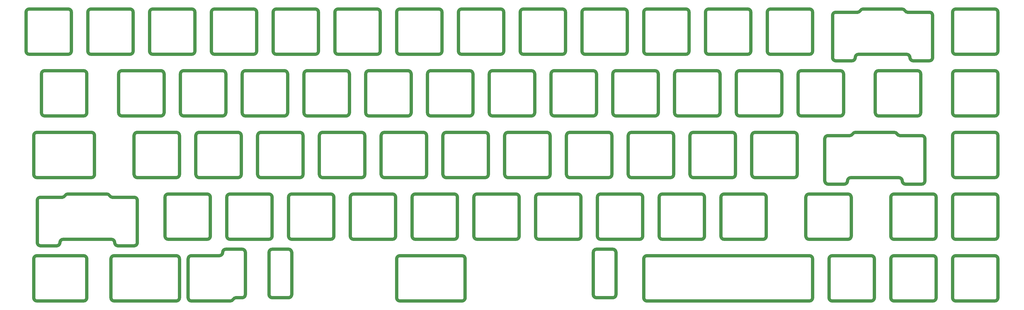
<source format=gbr>
%TF.GenerationSoftware,KiCad,Pcbnew,(5.1.9)-1*%
%TF.CreationDate,2021-02-08T20:19:01+01:00*%
%TF.ProjectId,P.02_ANSI,502e3032-5f41-44e5-9349-2e6b69636164,rev?*%
%TF.SameCoordinates,Original*%
%TF.FileFunction,Soldermask,Top*%
%TF.FilePolarity,Negative*%
%FSLAX46Y46*%
G04 Gerber Fmt 4.6, Leading zero omitted, Abs format (unit mm)*
G04 Created by KiCad (PCBNEW (5.1.9)-1) date 2021-02-08 20:19:01*
%MOMM*%
%LPD*%
G01*
G04 APERTURE LIST*
%ADD10C,1.000000*%
G04 APERTURE END LIST*
D10*
X48712406Y-96554506D02*
G75*
G02*
X47712377Y-97554479I-1000001J28D01*
G01*
X139200842Y-65507077D02*
X139200499Y-77507084D01*
X39187199Y-103604238D02*
X39186856Y-115604245D01*
X34712741Y-84554101D02*
G75*
G02*
X35712770Y-83554128I1000001J-28D01*
G01*
X126200463Y-78506712D02*
G75*
G02*
X125200492Y-77506683I29J1000000D01*
G01*
X126200864Y-64506705D02*
X138200870Y-64507048D01*
X125200492Y-77506683D02*
X125200835Y-65506677D01*
X138200870Y-64507049D02*
G75*
G02*
X139200842Y-65507077I-28J-1000000D01*
G01*
X125200835Y-65506676D02*
G75*
G02*
X126200864Y-64506705I1000000J-29D01*
G01*
X47712777Y-83554471D02*
G75*
G02*
X48712749Y-84554501I-29J-1000001D01*
G01*
X48712749Y-84554501D02*
X48712406Y-96554507D01*
X38186827Y-116604217D02*
X26186820Y-116603874D01*
X39186856Y-115604244D02*
G75*
G02*
X38186827Y-116604217I-1000001J28D01*
G01*
X138200470Y-78507056D02*
X126200463Y-78506712D01*
X26186821Y-116603874D02*
G75*
G02*
X25186848Y-115603845I28J1000001D01*
G01*
X219162469Y-97559380D02*
X207162463Y-97559037D01*
X35712371Y-97554136D02*
G75*
G02*
X34712398Y-96554107I28J1000001D01*
G01*
X25187191Y-103603838D02*
G75*
G02*
X26187221Y-102603866I1000001J-29D01*
G01*
X26187221Y-102603866D02*
X38187227Y-102604209D01*
X34712398Y-96554107D02*
X34712741Y-84554100D01*
X35712770Y-83554128D02*
X47712777Y-83554471D01*
X38187226Y-102604209D02*
G75*
G02*
X39187199Y-103604238I-28J-1000001D01*
G01*
X47712377Y-97554479D02*
X35712370Y-97554136D01*
X139200500Y-77507084D02*
G75*
G02*
X138200470Y-78507056I-1000001J29D01*
G01*
X25186848Y-115603845D02*
X25187191Y-103603838D01*
X258263063Y-77510488D02*
G75*
G02*
X257263034Y-78510459I-1000000J29D01*
G01*
X220162498Y-96559409D02*
G75*
G02*
X219162469Y-97559380I-1000000J29D01*
G01*
X219162870Y-83559373D02*
G75*
G02*
X220162841Y-84559402I-29J-1000000D01*
G01*
X207162863Y-83559030D02*
X219162869Y-83559373D01*
X243973922Y-134660109D02*
G75*
G02*
X242973893Y-135660082I-1000001J28D01*
G01*
X206162834Y-84559001D02*
G75*
G02*
X207162863Y-83559030I1000000J-29D01*
G01*
X206162491Y-96559008D02*
X206162834Y-84559002D01*
X245263026Y-78510116D02*
G75*
G02*
X244263055Y-77510087I29J1000000D01*
G01*
X257263034Y-78510459D02*
X245263027Y-78510116D01*
X258263406Y-65510481D02*
X258263063Y-77510487D01*
X257263435Y-64510452D02*
G75*
G02*
X258263406Y-65510481I-29J-1000000D01*
G01*
X244263398Y-65510080D02*
G75*
G02*
X245263427Y-64510109I1000000J-29D01*
G01*
X230974286Y-121659731D02*
X242974293Y-121660074D01*
X242973893Y-135660082D02*
X230973886Y-135659739D01*
X243974265Y-122660103D02*
X243973922Y-134660110D01*
X200112858Y-83558828D02*
G75*
G02*
X201112831Y-84558857I-28J-1000001D01*
G01*
X229973914Y-134659709D02*
X229974257Y-122659703D01*
X230973886Y-135659739D02*
G75*
G02*
X229973914Y-134659709I29J1000001D01*
G01*
X244263055Y-77510087D02*
X244263398Y-65510081D01*
X242974292Y-121660074D02*
G75*
G02*
X243974265Y-122660103I-28J-1000001D01*
G01*
X220162841Y-84559402D02*
X220162498Y-96559408D01*
X207162462Y-97559037D02*
G75*
G02*
X206162491Y-96559008I29J1000000D01*
G01*
X245263427Y-64510109D02*
X257263434Y-64510452D01*
X229974257Y-122659704D02*
G75*
G02*
X230974286Y-121659731I1000001J-28D01*
G01*
X43950448Y-77504360D02*
G75*
G02*
X42950419Y-78504333I-1000001J28D01*
G01*
X29950440Y-77503960D02*
X29950783Y-65503954D01*
X30950412Y-78503990D02*
G75*
G02*
X29950440Y-77503960I29J1000001D01*
G01*
X30950812Y-64503982D02*
X42950819Y-64504325D01*
X29950784Y-65503954D02*
G75*
G02*
X30950812Y-64503982I1000000J-28D01*
G01*
X42950419Y-78504333D02*
X30950412Y-78503989D01*
X42950819Y-64504324D02*
G75*
G02*
X43950791Y-65504354I-29J-1000001D01*
G01*
X43950791Y-65504354D02*
X43950448Y-77504361D01*
X169062842Y-83557941D02*
X181062849Y-83558284D01*
X168062814Y-84557913D02*
G75*
G02*
X169062842Y-83557941I1000000J-28D01*
G01*
X130962422Y-97556859D02*
G75*
G02*
X129962449Y-96556830I28J1000001D01*
G01*
X142962428Y-97557202D02*
X130962421Y-97556859D01*
X143962458Y-96557230D02*
G75*
G02*
X142962428Y-97557202I-1000001J29D01*
G01*
X-3674033Y-58452989D02*
G75*
G02*
X-4674063Y-59452961I-1000001J29D01*
G01*
X-16673669Y-45452610D02*
X-4673662Y-45452954D01*
X54762380Y-97554681D02*
G75*
G02*
X53762408Y-96554651I29J1000001D01*
G01*
X87895Y-78503107D02*
X-11912111Y-78502764D01*
X9517516Y-135653407D02*
G75*
G02*
X8517545Y-134653378I29J1000000D01*
G01*
X28661277Y-135653955D02*
X9517517Y-135653408D01*
X-11911711Y-64502757D02*
X88296Y-64503100D01*
X177300520Y-77508172D02*
G75*
G02*
X176300491Y-78508145I-1000001J28D01*
G01*
X97625992Y-59455885D02*
G75*
G02*
X96626021Y-58455856I29J1000000D01*
G01*
X164300884Y-64507794D02*
X176300891Y-64508137D01*
X97626393Y-45455878D02*
X109626398Y-45456221D01*
X-11912111Y-78502765D02*
G75*
G02*
X-12912083Y-77502735I29J1000001D01*
G01*
X120150489Y-77506538D02*
G75*
G02*
X119150460Y-78506511I-1000001J28D01*
G01*
X107150454Y-78506168D02*
G75*
G02*
X106150481Y-77506139I28J1000001D01*
G01*
X-12912083Y-77502735D02*
X-12911740Y-65502728D01*
X66762387Y-97555024D02*
X54762380Y-97554680D01*
X176300491Y-78508145D02*
X164300484Y-78507802D01*
X181062448Y-97558291D02*
X169062442Y-97557948D01*
X-3673691Y-46452982D02*
X-3674033Y-58452989D01*
X-4673663Y-45452954D02*
G75*
G02*
X-3673691Y-46452982I-28J-1000000D01*
G01*
X96626364Y-46455849D02*
G75*
G02*
X97626393Y-45455878I1000000J-29D01*
G01*
X67762416Y-96555051D02*
G75*
G02*
X66762387Y-97555024I-1000001J28D01*
G01*
X66762786Y-83555016D02*
G75*
G02*
X67762759Y-84555045I-28J-1000001D01*
G01*
X28661677Y-121653948D02*
G75*
G02*
X29661649Y-122653976I-28J-1000000D01*
G01*
X163300855Y-65507767D02*
G75*
G02*
X164300884Y-64507794I1000001J-28D01*
G01*
X8517887Y-122653372D02*
G75*
G02*
X9517917Y-121653400I1000001J-29D01*
G01*
X8517545Y-134653378D02*
X8517888Y-122653372D01*
X29661307Y-134653983D02*
G75*
G02*
X28661277Y-135653955I-1000001J29D01*
G01*
X1088268Y-65503129D02*
X1087925Y-77503135D01*
X1087924Y-77503136D02*
G75*
G02*
X87895Y-78503107I-1000000J29D01*
G01*
X106150481Y-77506139D02*
X106150824Y-65506132D01*
X120150832Y-65506532D02*
X120150489Y-77506539D01*
X168062470Y-96557919D02*
X168062813Y-84557912D01*
X29661649Y-122653976D02*
X29661306Y-134653983D01*
X119150460Y-78506511D02*
X107150453Y-78506168D01*
X-4674063Y-59452961D02*
X-16674069Y-59452618D01*
X169062442Y-97557949D02*
G75*
G02*
X168062470Y-96557919I29J1000001D01*
G01*
X107150853Y-64506160D02*
X119150860Y-64506503D01*
X-12911739Y-65502729D02*
G75*
G02*
X-11911711Y-64502757I1000000J-28D01*
G01*
X101100822Y-65505988D02*
X101100479Y-77505994D01*
X-16674068Y-59452618D02*
G75*
G02*
X-17674041Y-58452589I28J1000001D01*
G01*
X176300890Y-64508137D02*
G75*
G02*
X177300863Y-65508166I-28J-1000001D01*
G01*
X164300485Y-78507802D02*
G75*
G02*
X163300512Y-77507773I28J1000001D01*
G01*
X163300512Y-77507773D02*
X163300855Y-65507766D01*
X182062477Y-96558320D02*
G75*
G02*
X181062448Y-97558291I-1000000J29D01*
G01*
X109626399Y-45456221D02*
G75*
G02*
X110626370Y-46456250I-29J-1000000D01*
G01*
X54762781Y-83554673D02*
X66762787Y-83555016D01*
X53762752Y-84554644D02*
G75*
G02*
X54762781Y-83554673I1000000J-29D01*
G01*
X110626027Y-58456257D02*
G75*
G02*
X109625998Y-59456228I-1000000J29D01*
G01*
X96626021Y-58455856D02*
X96626364Y-46455850D01*
X109625998Y-59456228D02*
X97625993Y-59455885D01*
X110626370Y-46456250D02*
X110626027Y-58456256D01*
X88296Y-64503099D02*
G75*
G02*
X1088268Y-65503129I-29J-1000001D01*
G01*
X53762408Y-96554651D02*
X53762751Y-84554645D01*
X182062821Y-84558313D02*
X182062478Y-96558319D01*
X-17674041Y-58452589D02*
X-17673698Y-46452582D01*
X181062849Y-83558283D02*
G75*
G02*
X182062821Y-84558313I-29J-1000001D01*
G01*
X100100850Y-64505958D02*
G75*
G02*
X101100822Y-65505988I-29J-1000001D01*
G01*
X-17673698Y-46452583D02*
G75*
G02*
X-16673669Y-45452610I1000001J-28D01*
G01*
X67762759Y-84555045D02*
X67762416Y-96555052D01*
X177300863Y-65508166D02*
X177300520Y-77508173D01*
X9517917Y-121653400D02*
X28661677Y-121653947D01*
X119150859Y-64506503D02*
G75*
G02*
X120150832Y-65506532I-28J-1000001D01*
G01*
X106150824Y-65506133D02*
G75*
G02*
X107150853Y-64506160I1000001J-28D01*
G01*
X172823883Y-134658076D02*
X172824226Y-122658069D01*
X268075569Y-77510768D02*
X268075912Y-65510761D01*
X269075541Y-78510796D02*
G75*
G02*
X268075569Y-77510768I28J1000000D01*
G01*
X158250509Y-77507629D02*
G75*
G02*
X157250480Y-78507600I-1000000J29D01*
G01*
X144250845Y-65507221D02*
G75*
G02*
X145250874Y-64507250I1000000J-29D01*
G01*
X281075547Y-78511140D02*
X269075541Y-78510797D01*
X268075911Y-65510761D02*
G75*
G02*
X269075941Y-64510789I1000001J-29D01*
G01*
X172824226Y-122658069D02*
G75*
G02*
X173824256Y-121658097I1000001J-29D01*
G01*
X223926061Y-59459496D02*
X211926054Y-59459153D01*
X173823856Y-135658105D02*
G75*
G02*
X172823883Y-134658076I28J1000001D01*
G01*
X224924255Y-122659559D02*
X224923912Y-134659565D01*
X211926055Y-59459153D02*
G75*
G02*
X210926082Y-58459124I28J1000001D01*
G01*
X157250881Y-64507593D02*
G75*
G02*
X158250852Y-65507622I-29J-1000000D01*
G01*
X196636941Y-115608746D02*
X196637284Y-103608740D01*
X281075948Y-64511133D02*
G75*
G02*
X282075919Y-65511162I-29J-1000000D01*
G01*
X223923882Y-135659537D02*
X173823855Y-135658105D01*
X88100843Y-64505616D02*
X100100850Y-64505959D01*
X87100815Y-65505588D02*
G75*
G02*
X88100843Y-64505616I1000000J-28D01*
G01*
X224926433Y-46459518D02*
X224926090Y-58459524D01*
X87100471Y-77505594D02*
X87100814Y-65505588D01*
X88100443Y-78505624D02*
G75*
G02*
X87100471Y-77505594I29J1000001D01*
G01*
X211926455Y-45459145D02*
X223926461Y-45459488D01*
X100100449Y-78505966D02*
X88100443Y-78505623D01*
X101100478Y-77505995D02*
G75*
G02*
X100100449Y-78505966I-1000000J29D01*
G01*
X250024841Y-102610265D02*
X262024848Y-102610608D01*
X145250874Y-64507250D02*
X157250880Y-64507593D01*
X197636912Y-116608775D02*
G75*
G02*
X196636941Y-115608746I29J1000000D01*
G01*
X249024469Y-115610244D02*
X249024812Y-103610237D01*
X262024848Y-102610608D02*
G75*
G02*
X263024820Y-103610638I-29J-1000001D01*
G01*
X197637313Y-102608768D02*
X209637320Y-102609111D01*
X224923911Y-134659566D02*
G75*
G02*
X223923882Y-135659537I-1000000J29D01*
G01*
X262024448Y-116610616D02*
X250024441Y-116610273D01*
X210637291Y-103609140D02*
X210636948Y-115609146D01*
X263024477Y-115610643D02*
G75*
G02*
X262024448Y-116610616I-1000001J28D01*
G01*
X196637284Y-103608739D02*
G75*
G02*
X197637313Y-102608768I1000000J-29D01*
G01*
X224926090Y-58459523D02*
G75*
G02*
X223926061Y-59459496I-1000001J28D01*
G01*
X210926082Y-58459124D02*
X210926425Y-46459117D01*
X157250480Y-78507600D02*
X145250474Y-78507257D01*
X269075941Y-64510789D02*
X281075947Y-64511132D01*
X223924283Y-121659529D02*
G75*
G02*
X224924255Y-122659559I-29J-1000001D01*
G01*
X144250502Y-77507228D02*
X144250845Y-65507221D01*
X210926425Y-46459117D02*
G75*
G02*
X211926455Y-45459145I1000001J-29D01*
G01*
X158250852Y-65507622D02*
X158250509Y-77507628D01*
X145250473Y-78507257D02*
G75*
G02*
X144250502Y-77507228I29J1000000D01*
G01*
X282075919Y-65511162D02*
X282075576Y-77511168D01*
X249024812Y-103610238D02*
G75*
G02*
X250024841Y-102610265I1000001J-28D01*
G01*
X223926461Y-45459488D02*
G75*
G02*
X224926433Y-46459518I-29J-1000001D01*
G01*
X250024442Y-116610273D02*
G75*
G02*
X249024469Y-115610244I28J1000001D01*
G01*
X263024820Y-103610638D02*
X263024477Y-115610644D01*
X173824256Y-121658097D02*
X223924283Y-121659530D01*
X210636948Y-115609147D02*
G75*
G02*
X209636919Y-116609118I-1000000J29D01*
G01*
X209637320Y-102609111D02*
G75*
G02*
X210637291Y-103609140I-29J-1000000D01*
G01*
X282075577Y-77511168D02*
G75*
G02*
X281075547Y-78511140I-1000001J29D01*
G01*
X209636919Y-116609118D02*
X197636913Y-116608775D01*
X33425958Y-59454050D02*
X21425952Y-59453707D01*
X143962800Y-84557224D02*
X143962457Y-96557230D01*
X129962792Y-84556823D02*
G75*
G02*
X130962822Y-83556851I1000001J-29D01*
G01*
X21426352Y-45453699D02*
X33426358Y-45454042D01*
X191586939Y-115608602D02*
G75*
G02*
X190586909Y-116608574I-1000001J29D01*
G01*
X135726013Y-59456975D02*
G75*
G02*
X134726041Y-58456945I29J1000001D01*
G01*
X142962829Y-83557195D02*
G75*
G02*
X143962800Y-84557224I-29J-1000000D01*
G01*
X178587303Y-102608223D02*
X190587309Y-102608566D01*
X190586909Y-116608574D02*
X178586903Y-116608231D01*
X148726049Y-58457345D02*
G75*
G02*
X147726020Y-59457318I-1000001J28D01*
G01*
X201112831Y-84558857D02*
X201112488Y-96558864D01*
X229680667Y-99559682D02*
G75*
G02*
X228680696Y-98559653I29J1000000D01*
G01*
X177587273Y-103608195D02*
G75*
G02*
X178587303Y-102608223I1000001J-29D01*
G01*
X20426322Y-46453671D02*
G75*
G02*
X21426352Y-45453699I1000001J-29D01*
G01*
X178586903Y-116608230D02*
G75*
G02*
X177586931Y-115608202I28J1000000D01*
G01*
X134726385Y-46456939D02*
G75*
G02*
X135726413Y-45456967I1000000J-28D01*
G01*
X134726041Y-58456945D02*
X134726384Y-46456939D01*
X188112853Y-83558485D02*
X200112859Y-83558828D01*
X147726419Y-45457310D02*
G75*
G02*
X148726392Y-46457339I-28J-1000001D01*
G01*
X187112823Y-84558457D02*
G75*
G02*
X188112853Y-83558485I1000001J-29D01*
G01*
X187112480Y-96558464D02*
X187112823Y-84558457D01*
X190587309Y-102608567D02*
G75*
G02*
X191587281Y-103608595I-28J-1000000D01*
G01*
X177586931Y-115608202D02*
X177587274Y-103608195D01*
X188112453Y-97558493D02*
G75*
G02*
X187112480Y-96558464I28J1000001D01*
G01*
X200112459Y-97558836D02*
X188112452Y-97558493D01*
X201112488Y-96558863D02*
G75*
G02*
X200112459Y-97558836I-1000001J28D01*
G01*
X33426358Y-45454043D02*
G75*
G02*
X34426330Y-46454071I-28J-1000000D01*
G01*
X135726413Y-45456967D02*
X147726420Y-45457310D01*
X148726392Y-46457339D02*
X148726049Y-58457346D01*
X20425980Y-58453678D02*
X20426323Y-46453671D01*
X34426330Y-46454071D02*
X34425987Y-58454078D01*
X21425952Y-59453706D02*
G75*
G02*
X20425980Y-58453678I28J1000000D01*
G01*
X34425988Y-58454078D02*
G75*
G02*
X33425958Y-59454050I-1000001J29D01*
G01*
X130962822Y-83556851D02*
X142962828Y-83557194D01*
X129962449Y-96556830D02*
X129962793Y-84556823D01*
X191587281Y-103608595D02*
X191586938Y-115608602D01*
X147726020Y-59457318D02*
X135726013Y-59456974D01*
X49000450Y-77504505D02*
X49000793Y-65504498D01*
X52476368Y-45454588D02*
G75*
G02*
X53476340Y-46454616I-28J-1000000D01*
G01*
X63000457Y-77504905D02*
G75*
G02*
X62000429Y-78504877I-1000000J28D01*
G01*
X282075031Y-96561179D02*
G75*
G02*
X281075002Y-97561150I-1000000J29D01*
G01*
X40476361Y-45454244D02*
X52476369Y-45454587D01*
X52475968Y-59454595D02*
X40475961Y-59454251D01*
X268075024Y-96560778D02*
X268075367Y-84560772D01*
X50000422Y-78504535D02*
G75*
G02*
X49000450Y-77504505I29J1000001D01*
G01*
X-7207476Y-117602919D02*
G75*
G02*
X-6207447Y-116602948I1000000J-29D01*
G01*
X8962983Y-103603374D02*
X15668936Y-103603566D01*
X8962982Y-103603374D02*
G75*
G02*
X8096971Y-103103349I29J1000000D01*
G01*
X39475989Y-58454222D02*
X39476332Y-46454216D01*
X-5635087Y-103102957D02*
G75*
G02*
X-6501127Y-103602932I-866011J500025D01*
G01*
X-8207505Y-118602892D02*
X-13207508Y-118602749D01*
X-13207079Y-103602741D02*
X-6501127Y-103602932D01*
X269074996Y-97560808D02*
G75*
G02*
X268075024Y-96560778I29J1000001D01*
G01*
X10900430Y-77503416D02*
X10900773Y-65503409D01*
X24900438Y-77503816D02*
G75*
G02*
X23900408Y-78503788I-1000001J29D01*
G01*
X233450921Y-64509771D02*
G75*
G02*
X234450894Y-65509800I-28J-1000001D01*
G01*
X49000793Y-65504498D02*
G75*
G02*
X50000823Y-64504526I1000001J-29D01*
G01*
X39476332Y-46454215D02*
G75*
G02*
X40476361Y-45454244I1000000J-29D01*
G01*
X220450887Y-65509400D02*
G75*
G02*
X221450915Y-64509428I1000000J-28D01*
G01*
X221450514Y-78509435D02*
G75*
G02*
X220450543Y-77509406I29J1000000D01*
G01*
X53475998Y-58454623D02*
G75*
G02*
X52475968Y-59454595I-1000001J29D01*
G01*
X250023896Y-135660283D02*
G75*
G02*
X249023925Y-134660254I29J1000000D01*
G01*
X281075002Y-97561150D02*
X269074996Y-97560807D01*
X10900772Y-65503409D02*
G75*
G02*
X11900802Y-64503437I1000001J-29D01*
G01*
X62000829Y-64504869D02*
G75*
G02*
X63000801Y-65504899I-29J-1000001D01*
G01*
X16668536Y-117603603D02*
G75*
G02*
X15668507Y-118603574I-1000000J29D01*
G01*
X268075368Y-84560772D02*
G75*
G02*
X269075396Y-83560800I1000000J-28D01*
G01*
X-4769046Y-102602981D02*
X7230960Y-102603324D01*
X-14207480Y-117602720D02*
X-14207108Y-104602713D01*
X23900808Y-64503781D02*
G75*
G02*
X24900780Y-65503809I-28J-1000000D01*
G01*
X234450894Y-65509800D02*
X234450550Y-77509807D01*
X269075396Y-83560800D02*
X281075403Y-83561143D01*
X233450521Y-78509779D02*
X221450515Y-78509435D01*
X10668504Y-118603431D02*
G75*
G02*
X9668533Y-117603402I29J1000000D01*
G01*
X11900802Y-64503437D02*
X23900809Y-64503780D01*
X11900402Y-78503444D02*
G75*
G02*
X10900430Y-77503416I28J1000000D01*
G01*
X23900408Y-78503788D02*
X11900402Y-78503445D01*
X24900780Y-65503809D02*
X24900437Y-77503816D01*
X234450551Y-77509807D02*
G75*
G02*
X233450521Y-78509779I-1000001J29D01*
G01*
X221450915Y-64509428D02*
X233450922Y-64509771D01*
X220450543Y-77509406D02*
X220450886Y-65509400D01*
X40475960Y-59454251D02*
G75*
G02*
X39475989Y-58454222I29J1000000D01*
G01*
X281075403Y-83561142D02*
G75*
G02*
X282075375Y-84561172I-29J-1000001D01*
G01*
X62000429Y-78504877D02*
X50000422Y-78504534D01*
X63000801Y-65504899D02*
X63000458Y-77504905D01*
X53476340Y-46454616D02*
X53475997Y-58454623D01*
X282075375Y-84561172D02*
X282075032Y-96561178D01*
X15668936Y-103603567D02*
G75*
G02*
X16668908Y-104603595I-28J-1000000D01*
G01*
X50000823Y-64504526D02*
X62000829Y-64504870D01*
X63287213Y-103604928D02*
G75*
G02*
X64287241Y-102604956I1000000J-28D01*
G01*
X91576361Y-46455705D02*
X91576018Y-58455712D01*
X149012803Y-84557367D02*
G75*
G02*
X150012832Y-83557396I1000000J-29D01*
G01*
X81050439Y-78505422D02*
X69050433Y-78505079D01*
X-14293507Y-83552699D02*
X2469002Y-83553178D01*
X-14293907Y-97552707D02*
G75*
G02*
X-15293879Y-96552677I29J1000001D01*
G01*
X63286869Y-115604934D02*
X63287212Y-103604927D01*
X64287241Y-102604956D02*
X76287247Y-102605299D01*
X163012468Y-96557775D02*
G75*
G02*
X162012438Y-97557747I-1000001J29D01*
G01*
X86812426Y-96555597D02*
G75*
G02*
X85812397Y-97555568I-1000000J29D01*
G01*
X214400911Y-64509227D02*
G75*
G02*
X215400883Y-65509255I-28J-1000000D01*
G01*
X150012832Y-83557396D02*
X162012838Y-83557739D01*
X162012838Y-83557740D02*
G75*
G02*
X163012810Y-84557768I-28J-1000000D01*
G01*
X68050461Y-77505050D02*
X68050804Y-65505043D01*
X201400875Y-65508855D02*
G75*
G02*
X202400905Y-64508883I1000001J-29D01*
G01*
X85812397Y-97555568D02*
X73812391Y-97555225D01*
X77576010Y-58455312D02*
X77576353Y-46455305D01*
X72812762Y-84555189D02*
G75*
G02*
X73812791Y-83555218I1000000J-29D01*
G01*
X263023932Y-134660655D02*
G75*
G02*
X262023903Y-135660626I-1000000J29D01*
G01*
X3468974Y-84553207D02*
X3468631Y-96553214D01*
X-15293535Y-84552671D02*
G75*
G02*
X-14293507Y-83552699I1000000J-28D01*
G01*
X268073935Y-134660799D02*
X268074278Y-122660792D01*
X85812798Y-83555561D02*
G75*
G02*
X86812769Y-84555590I-29J-1000000D01*
G01*
X281073913Y-135661171D02*
X269073907Y-135660828D01*
X90576389Y-45455677D02*
G75*
G02*
X91576361Y-46455705I-28J-1000000D01*
G01*
X150012431Y-97557403D02*
G75*
G02*
X149012460Y-96557374I29J1000000D01*
G01*
X262023903Y-135660626D02*
X250023896Y-135660283D01*
X263024275Y-122660648D02*
X263023932Y-134660654D01*
X282073943Y-134661199D02*
G75*
G02*
X281073913Y-135661171I-1000001J29D01*
G01*
X269074307Y-121660820D02*
X281074313Y-121661163D01*
X68050803Y-65505043D02*
G75*
G02*
X69050833Y-64505071I1000001J-29D01*
G01*
X82050469Y-77505450D02*
G75*
G02*
X81050439Y-78505422I-1000001J29D01*
G01*
X262024304Y-121660619D02*
G75*
G02*
X263024275Y-122660648I-29J-1000000D01*
G01*
X268074277Y-122660792D02*
G75*
G02*
X269074307Y-121660820I1000001J-29D01*
G01*
X69050433Y-78505078D02*
G75*
G02*
X68050461Y-77505050I28J1000000D01*
G01*
X81050839Y-64505415D02*
G75*
G02*
X82050811Y-65505443I-28J-1000000D01*
G01*
X64286840Y-116604963D02*
G75*
G02*
X63286869Y-115604934I29J1000000D01*
G01*
X201400533Y-77508862D02*
X201400876Y-65508855D01*
X86812769Y-84555590D02*
X86812426Y-96555596D01*
X202400905Y-64508883D02*
X214400911Y-64509226D01*
X91576018Y-58455711D02*
G75*
G02*
X90575989Y-59455684I-1000001J28D01*
G01*
X73812390Y-97555225D02*
G75*
G02*
X72812419Y-96555196I29J1000000D01*
G01*
X77576353Y-46455305D02*
G75*
G02*
X78576383Y-45455333I1000001J-29D01*
G01*
X78576383Y-45455333D02*
X90576389Y-45455676D01*
X163012810Y-84557768D02*
X163012467Y-96557775D01*
X2469003Y-83553178D02*
G75*
G02*
X3468974Y-84553207I-29J-1000000D01*
G01*
X250024297Y-121660276D02*
X262024303Y-121660619D01*
X-15293879Y-96552677D02*
X-15293536Y-84552671D01*
X3468632Y-96553214D02*
G75*
G02*
X2468602Y-97553186I-1000001J29D01*
G01*
X76287247Y-102605297D02*
G75*
G02*
X77287220Y-103605328I-29J-1000002D01*
G01*
X162012438Y-97557747D02*
X150012432Y-97557403D01*
X2468602Y-97553186D02*
X-14293907Y-97552706D01*
X72812419Y-96555196D02*
X72812762Y-84555189D01*
X249024268Y-122660247D02*
G75*
G02*
X250024297Y-121660276I1000000J-29D01*
G01*
X249023925Y-134660254D02*
X249024268Y-122660248D01*
X269073907Y-135660827D02*
G75*
G02*
X268073935Y-134660799I28J1000000D01*
G01*
X73812791Y-83555218D02*
X85812797Y-83555561D01*
X282074285Y-122661192D02*
X282073942Y-134661199D01*
X281074313Y-121661164D02*
G75*
G02*
X282074285Y-122661192I-28J-1000000D01*
G01*
X149012460Y-96557374D02*
X149012803Y-84557368D01*
X90575989Y-59455684D02*
X78575982Y-59455341D01*
X78575983Y-59455341D02*
G75*
G02*
X77576010Y-58455312I28J1000001D01*
G01*
X82050811Y-65505443D02*
X82050468Y-77505450D01*
X69050833Y-64505071D02*
X81050839Y-64505414D01*
X76286846Y-116605306D02*
X64286841Y-116604963D01*
X182350522Y-77508317D02*
X182350865Y-65508311D01*
X42974213Y-120654356D02*
G75*
G02*
X43974243Y-119654384I1000001J-29D01*
G01*
X86662Y-121653130D02*
G75*
G02*
X1086634Y-122653160I-29J-1000001D01*
G01*
X183350494Y-78508347D02*
G75*
G02*
X182350522Y-77508317I29J1000001D01*
G01*
X223830677Y-116609525D02*
G75*
G02*
X222830705Y-115609495I29J1000001D01*
G01*
X183350895Y-64508339D02*
X195350901Y-64508682D01*
X185826440Y-45458400D02*
G75*
G02*
X186826412Y-46458428I-28J-1000000D01*
G01*
X29662395Y-96553963D02*
G75*
G02*
X28662366Y-97553934I-1000000J29D01*
G01*
X204876051Y-59458951D02*
X192876044Y-59458608D01*
X128676410Y-45456765D02*
G75*
G02*
X129676382Y-46456795I-29J-1000001D01*
G01*
X235830683Y-116609867D02*
X223830677Y-116609524D01*
X172826062Y-58458035D02*
X172826405Y-46458028D01*
X77287220Y-103605328D02*
X77286875Y-115605334D01*
X129676039Y-58456801D02*
G75*
G02*
X128676009Y-59456773I-1000001J29D01*
G01*
X46196076Y-135154456D02*
G75*
G02*
X45330036Y-135654431I-866011J500025D01*
G01*
X46196075Y-135154455D02*
G75*
G02*
X47062116Y-134654480I866012J-500026D01*
G01*
X191876072Y-58458579D02*
X191876415Y-46458573D01*
X192876044Y-59458609D02*
G75*
G02*
X191876072Y-58458579I29J1000001D01*
G01*
X182350866Y-65508310D02*
G75*
G02*
X183350895Y-64508339I1000000J-29D01*
G01*
X77286875Y-115605335D02*
G75*
G02*
X76286846Y-116605306I-1000000J29D01*
G01*
X33330029Y-135654088D02*
G75*
G02*
X32330058Y-134654059I29J1000000D01*
G01*
X-15294968Y-134652698D02*
X-15294625Y-122652691D01*
X235831084Y-102609859D02*
G75*
G02*
X236831056Y-103609889I-29J-1000001D01*
G01*
X173826034Y-59458063D02*
G75*
G02*
X172826062Y-58458035I28J1000000D01*
G01*
X222831049Y-103609489D02*
G75*
G02*
X223831077Y-102609517I1000000J-28D01*
G01*
X1086634Y-122653160D02*
X1086291Y-134653166D01*
X-14294596Y-121652719D02*
X86662Y-121653130D01*
X222830705Y-115609495D02*
X222831048Y-103609489D01*
X236830712Y-115609896D02*
G75*
G02*
X235830683Y-116609867I-1000000J29D01*
G01*
X128676009Y-59456773D02*
X116676003Y-59456430D01*
X116676403Y-45456422D02*
X128676410Y-45456765D01*
X192876444Y-45458601D02*
X204876451Y-45458944D01*
X236831056Y-103609889D02*
X236830713Y-115609895D01*
X186826412Y-46458428D02*
X186826069Y-58458435D01*
X195350901Y-64508681D02*
G75*
G02*
X196350873Y-65508711I-29J-1000001D01*
G01*
X202400505Y-78508890D02*
G75*
G02*
X201400533Y-77508862I28J1000000D01*
G01*
X214400511Y-78509234D02*
X202400505Y-78508891D01*
X115676031Y-58456401D02*
X115676374Y-46456394D01*
X215400541Y-77509262D02*
G75*
G02*
X214400511Y-78509234I-1000001J29D01*
G01*
X196350873Y-65508711D02*
X196350530Y-77508717D01*
X172826404Y-46458028D02*
G75*
G02*
X173826434Y-45458056I1000001J-29D01*
G01*
X186826070Y-58458435D02*
G75*
G02*
X185826040Y-59458407I-1000001J29D01*
G01*
X185826040Y-59458407D02*
X173826034Y-59458064D01*
X215400883Y-65509255D02*
X215400540Y-77509262D01*
X129676382Y-46456795D02*
X129676039Y-58456801D01*
X-14294996Y-135652726D02*
G75*
G02*
X-15294968Y-134652698I28J1000000D01*
G01*
X205876423Y-46458973D02*
X205876080Y-58458979D01*
X28662767Y-83553927D02*
G75*
G02*
X29662738Y-84553956I-29J-1000000D01*
G01*
X204876451Y-45458943D02*
G75*
G02*
X205876423Y-46458973I-29J-1000001D01*
G01*
X28662366Y-97553934D02*
X16662360Y-97553591D01*
X86262Y-135653138D02*
X-14294996Y-135652727D01*
X29662738Y-84553956D02*
X29662395Y-96553962D01*
X1086291Y-134653165D02*
G75*
G02*
X86262Y-135653138I-1000001J28D01*
G01*
X191876416Y-46458573D02*
G75*
G02*
X192876444Y-45458601I1000000J-28D01*
G01*
X196350529Y-77508717D02*
G75*
G02*
X195350501Y-78508689I-1000000J28D01*
G01*
X205876079Y-58458979D02*
G75*
G02*
X204876051Y-59458951I-1000000J28D01*
G01*
X33330430Y-121654081D02*
X41974184Y-121654328D01*
X195350501Y-78508689D02*
X183350494Y-78508346D01*
X-15294625Y-122652692D02*
G75*
G02*
X-14294596Y-121652719I1000001J-28D01*
G01*
X173826434Y-45458056D02*
X185826440Y-45458399D01*
X223831077Y-102609517D02*
X235831084Y-102609860D01*
X115676374Y-46456395D02*
G75*
G02*
X116676403Y-45456422I1000001J-28D01*
G01*
X116676004Y-59456430D02*
G75*
G02*
X115676031Y-58456401I28J1000001D01*
G01*
X49973845Y-133654563D02*
G75*
G02*
X48973817Y-134654535I-1000000J28D01*
G01*
X32330401Y-122654052D02*
G75*
G02*
X33330430Y-121654081I1000000J-29D01*
G01*
X102387262Y-102606045D02*
X114387268Y-102606388D01*
X269074451Y-116610818D02*
G75*
G02*
X268074479Y-115610788I29J1000001D01*
G01*
X58526000Y-58454767D02*
X58526343Y-46454760D01*
X166776030Y-59457862D02*
X154776024Y-59457519D01*
X134437250Y-103606961D02*
X134436907Y-115606968D01*
X102386861Y-116606053D02*
G75*
G02*
X101386889Y-115606023I29J1000001D01*
G01*
X101386889Y-115606023D02*
X101387233Y-103606017D01*
X269074852Y-102610810D02*
X281074858Y-102611153D01*
X72526351Y-46455161D02*
X72526008Y-58455167D01*
X101387233Y-103606016D02*
G75*
G02*
X102387262Y-102606045I1000000J-29D01*
G01*
X281074857Y-102611153D02*
G75*
G02*
X282074830Y-103611182I-28J-1000001D01*
G01*
X133437278Y-102606933D02*
G75*
G02*
X134437250Y-103606961I-28J-1000000D01*
G01*
X282074487Y-115611188D02*
G75*
G02*
X281074458Y-116611161I-1000001J28D01*
G01*
X268074822Y-103610782D02*
G75*
G02*
X269074852Y-102610810I1000001J-29D01*
G01*
X43974243Y-119654384D02*
X48974245Y-119654527D01*
X134436908Y-115606968D02*
G75*
G02*
X133436878Y-116606940I-1000001J29D01*
G01*
X16662760Y-83553584D02*
X28662766Y-83553927D01*
X133436878Y-116606940D02*
X121436872Y-116606597D01*
X15662731Y-84553555D02*
G75*
G02*
X16662760Y-83553584I1000000J-29D01*
G01*
X120437242Y-103606561D02*
G75*
G02*
X121437272Y-102606589I1000001J-29D01*
G01*
X121436872Y-116606596D02*
G75*
G02*
X120436900Y-115606568I28J1000000D01*
G01*
X15662388Y-96553562D02*
X15662731Y-84553556D01*
X72526007Y-58455167D02*
G75*
G02*
X71525979Y-59455139I-1000000J28D01*
G01*
X115387240Y-103606417D02*
X115386897Y-115606423D01*
X16662359Y-97553591D02*
G75*
G02*
X15662388Y-96553562I29J1000000D01*
G01*
X140486882Y-116607142D02*
G75*
G02*
X139486910Y-115607112I29J1000001D01*
G01*
X71526379Y-45455131D02*
G75*
G02*
X72526351Y-46455161I-29J-1000001D01*
G01*
X154776023Y-59457519D02*
G75*
G02*
X153776052Y-58457490I29J1000000D01*
G01*
X153486918Y-115607513D02*
G75*
G02*
X152486888Y-116607485I-1000001J29D01*
G01*
X59525972Y-59454797D02*
G75*
G02*
X58526000Y-58454767I29J1000001D01*
G01*
X269076485Y-45460779D02*
X281076492Y-45461122D01*
X152487288Y-102607477D02*
G75*
G02*
X153487261Y-103607506I-28J-1000001D01*
G01*
X114387269Y-102606388D02*
G75*
G02*
X115387240Y-103606417I-29J-1000000D01*
G01*
X120436900Y-115606568D02*
X120437243Y-103606561D01*
X32330058Y-134654059D02*
X32330401Y-122654053D01*
X268076456Y-46460752D02*
G75*
G02*
X269076485Y-45460779I1000001J-28D01*
G01*
X268076113Y-58460758D02*
X268076456Y-46460751D01*
X282076121Y-58461157D02*
G75*
G02*
X281076092Y-59461130I-1000001J28D01*
G01*
X269076086Y-59460787D02*
G75*
G02*
X268076113Y-58460758I28J1000001D01*
G01*
X281076092Y-59461130D02*
X269076085Y-59460787D01*
X282076464Y-46461151D02*
X282076121Y-58461158D01*
X45330036Y-135654431D02*
X33330030Y-135654088D01*
X139487254Y-103607106D02*
G75*
G02*
X140487282Y-102607134I1000000J-28D01*
G01*
X71525979Y-59455139D02*
X59525972Y-59454796D01*
X167776059Y-58457891D02*
G75*
G02*
X166776030Y-59457862I-1000000J29D01*
G01*
X42974214Y-120654356D02*
G75*
G02*
X41974184Y-121654328I-1000001J29D01*
G01*
X281076491Y-45461122D02*
G75*
G02*
X282076464Y-46461151I-28J-1000001D01*
G01*
X48974246Y-119654527D02*
G75*
G02*
X49974217Y-120654556I-29J-1000000D01*
G01*
X48973817Y-134654535D02*
X47062116Y-134654480D01*
X140487282Y-102607134D02*
X152487289Y-102607477D01*
X152486888Y-116607485D02*
X140486882Y-116607141D01*
X281074458Y-116611161D02*
X269074451Y-116610818D01*
X49974217Y-120654556D02*
X49973846Y-133654563D01*
X115386896Y-115606423D02*
G75*
G02*
X114386868Y-116606395I-1000000J28D01*
G01*
X58526344Y-46454761D02*
G75*
G02*
X59526372Y-45454789I1000000J-28D01*
G01*
X268074479Y-115610788D02*
X268074822Y-103610782D01*
X139486910Y-115607112D02*
X139487253Y-103607106D01*
X282074830Y-103611182D02*
X282074487Y-115611189D01*
X59526372Y-45454789D02*
X71526379Y-45455132D01*
X121437272Y-102606589D02*
X133437278Y-102606932D01*
X114386868Y-116606395D02*
X102386861Y-116606052D01*
X153487261Y-103607506D02*
X153486918Y-115607513D01*
X96337230Y-103605872D02*
X96336887Y-115605879D01*
X167776402Y-46457884D02*
X167776059Y-58457890D01*
X154776424Y-45457512D02*
X166776430Y-45457855D01*
X153776052Y-58457490D02*
X153776395Y-46457483D01*
X97624214Y-121655919D02*
X116767975Y-121656466D01*
X15375976Y-58453533D02*
G75*
G02*
X14375948Y-59453505I-1000000J28D01*
G01*
X171536899Y-116608029D02*
X159536892Y-116607686D01*
X96624186Y-122655891D02*
G75*
G02*
X97624214Y-121655919I1000000J-28D01*
G01*
X96623842Y-134655897D02*
X96624185Y-122655891D01*
X2375941Y-59453163D02*
G75*
G02*
X1375969Y-58453133I29J1000001D01*
G01*
X164273908Y-133657831D02*
G75*
G02*
X163273878Y-134657803I-1000001J29D01*
G01*
X95336858Y-116605851D02*
X83336851Y-116605508D01*
X1376313Y-46453126D02*
G75*
G02*
X2376342Y-45453155I1000000J-29D01*
G01*
X83337251Y-102605500D02*
X95337258Y-102605843D01*
X82337222Y-103605473D02*
G75*
G02*
X83337251Y-102605500I1000001J-28D01*
G01*
X95337257Y-102605843D02*
G75*
G02*
X96337230Y-103605872I-28J-1000001D01*
G01*
X172537271Y-103608051D02*
X172536928Y-115608057D01*
X158537264Y-103607650D02*
G75*
G02*
X159537293Y-102607679I1000000J-29D01*
G01*
X157274276Y-120657624D02*
G75*
G02*
X158274304Y-119657652I1000000J-28D01*
G01*
X166776431Y-45457855D02*
G75*
G02*
X167776402Y-46457884I-29J-1000000D01*
G01*
X96336887Y-115605878D02*
G75*
G02*
X95336858Y-116605851I-1000001J28D01*
G01*
X159537293Y-102607679D02*
X171537299Y-102608022D01*
X172536927Y-115608057D02*
G75*
G02*
X171536899Y-116608029I-1000000J28D01*
G01*
X117767947Y-122656495D02*
X117767604Y-134656502D01*
X153776395Y-46457483D02*
G75*
G02*
X154776424Y-45457512I1000000J-29D01*
G01*
X116767974Y-121656466D02*
G75*
G02*
X117767947Y-122656495I-28J-1000001D01*
G01*
X159536892Y-116607687D02*
G75*
G02*
X158536920Y-115607657I29J1000001D01*
G01*
X158273876Y-134657660D02*
X163273878Y-134657803D01*
X14375948Y-59453505D02*
X2375941Y-59453162D01*
X157274275Y-120657624D02*
X157273904Y-133657631D01*
X117767604Y-134656501D02*
G75*
G02*
X116767575Y-135656474I-1000001J28D01*
G01*
X97623814Y-135655927D02*
G75*
G02*
X96623842Y-134655897I29J1000001D01*
G01*
X2376342Y-45453155D02*
X14376348Y-45453498D01*
X15376320Y-46453527D02*
X15375977Y-58453533D01*
X164273907Y-133657831D02*
X164274279Y-120657824D01*
X14376348Y-45453497D02*
G75*
G02*
X15376320Y-46453527I-29J-1000001D01*
G01*
X83336852Y-116605508D02*
G75*
G02*
X82336879Y-115605479I28J1000001D01*
G01*
X158273876Y-134657659D02*
G75*
G02*
X157273904Y-133657631I28J1000000D01*
G01*
X116767575Y-135656474D02*
X97623814Y-135655926D01*
X1375969Y-58453133D02*
X1376312Y-46453127D01*
X171537299Y-102608021D02*
G75*
G02*
X172537271Y-103608051I-29J-1000001D01*
G01*
X82336879Y-115605479D02*
X82337222Y-103605472D01*
X158536920Y-115607657D02*
X158537263Y-103607650D01*
X163274307Y-119657795D02*
X158274304Y-119657652D01*
X163274308Y-119657795D02*
G75*
G02*
X164274279Y-120657824I-29J-1000000D01*
G01*
X235680699Y-98559854D02*
G75*
G02*
X234680670Y-99559825I-1000000J29D01*
G01*
X238119130Y-83559915D02*
X250119136Y-83560258D01*
X239635429Y-45959937D02*
G75*
G02*
X240501470Y-45459962I866012J-500026D01*
G01*
X260939452Y-46460548D02*
G75*
G02*
X261939424Y-47460576I-28J-1000000D01*
G01*
X-14207108Y-104602712D02*
G75*
G02*
X-13207079Y-103602741I1000000J-29D01*
G01*
X261939052Y-60460583D02*
G75*
G02*
X260939024Y-61460555I-1000000J28D01*
G01*
X239635429Y-45959938D02*
G75*
G02*
X238769389Y-46459913I-866011J500025D01*
G01*
X7230960Y-102603325D02*
G75*
G02*
X8096971Y-103103349I-28J-1000000D01*
G01*
X238063040Y-60459900D02*
G75*
G02*
X239063069Y-59459929I1000000J-29D01*
G01*
X260939024Y-61460555D02*
X255939021Y-61460412D01*
X16668908Y-104603595D02*
X16668537Y-117603602D01*
X8668560Y-116603373D02*
G75*
G02*
X9668533Y-117603402I-28J-1000001D01*
G01*
X259556713Y-98560536D02*
G75*
G02*
X258556683Y-99560508I-1000001J29D01*
G01*
X258556683Y-99560508D02*
X253556680Y-99560365D01*
X237253090Y-84059891D02*
G75*
G02*
X236387049Y-84559866I-866012J500026D01*
G01*
X254233499Y-46460355D02*
X260939452Y-46460547D01*
X253939077Y-59460353D02*
G75*
G02*
X254939049Y-60460383I-29J-1000001D01*
G01*
X238063040Y-60459900D02*
G75*
G02*
X237063011Y-61459873I-1000001J28D01*
G01*
X57237237Y-102604755D02*
G75*
G02*
X58237209Y-103604783I-28J-1000000D01*
G01*
X44237202Y-103604382D02*
G75*
G02*
X45237231Y-102604411I1000000J-29D01*
G01*
X44236859Y-115604389D02*
X44237202Y-103604383D01*
X57236837Y-116604762D02*
X45236831Y-116604418D01*
X58237209Y-103604783D02*
X58236866Y-115604790D01*
X111912411Y-97556315D02*
G75*
G02*
X110912439Y-96556285I29J1000001D01*
G01*
X124912446Y-96556685D02*
G75*
G02*
X123912418Y-97556657I-1000000J28D01*
G01*
X15668507Y-118603574D02*
X10668505Y-118603431D01*
X259557084Y-85560529D02*
X259556712Y-98560536D01*
X228680696Y-98559653D02*
X228681067Y-85559646D01*
X232063437Y-46459722D02*
X238769389Y-46459913D01*
X250119136Y-83560258D02*
G75*
G02*
X250985147Y-84060283I-29J-1000000D01*
G01*
X124912790Y-84556679D02*
X124912447Y-96556685D01*
X231063036Y-60459701D02*
X231063408Y-47459694D01*
X45237231Y-102604411D02*
X57237237Y-102604754D01*
X234680670Y-99559825D02*
X229680668Y-99559682D01*
X-5635087Y-103102956D02*
G75*
G02*
X-4769046Y-102602981I866012J-500026D01*
G01*
X232063009Y-61459730D02*
G75*
G02*
X231063036Y-60459701I28J1000001D01*
G01*
X255939021Y-61460413D02*
G75*
G02*
X254939049Y-60460383I29J1000001D01*
G01*
X45236830Y-116604418D02*
G75*
G02*
X44236859Y-115604389I29J1000000D01*
G01*
X237253090Y-84059890D02*
G75*
G02*
X238119130Y-83559915I866011J-500025D01*
G01*
X228681067Y-85559647D02*
G75*
G02*
X229681096Y-84559674I1000001J-28D01*
G01*
X58236867Y-115604790D02*
G75*
G02*
X57236837Y-116604762I-1000001J29D01*
G01*
X251556737Y-97560307D02*
G75*
G02*
X252556708Y-98560336I-29J-1000000D01*
G01*
X251851159Y-84560308D02*
G75*
G02*
X250985147Y-84060283I28J1000001D01*
G01*
X258557112Y-84560499D02*
G75*
G02*
X259557084Y-85560529I-29J-1000001D01*
G01*
X251556737Y-97560306D02*
X236680728Y-97559881D01*
X254233498Y-46460354D02*
G75*
G02*
X253367488Y-45960330I29J999999D01*
G01*
X252501476Y-45460305D02*
G75*
G02*
X253367488Y-45960330I-28J-1000001D01*
G01*
X237063011Y-61459873D02*
X232063008Y-61459730D01*
X110912783Y-84556279D02*
G75*
G02*
X111912811Y-83556307I1000000J-28D01*
G01*
X251851158Y-84560307D02*
X258557112Y-84560500D01*
X261939424Y-47460576D02*
X261939053Y-60460583D01*
X240501470Y-45459962D02*
X252501476Y-45460306D01*
X231063408Y-47459693D02*
G75*
G02*
X232063437Y-46459722I1000000J-29D01*
G01*
X-13207508Y-118602748D02*
G75*
G02*
X-14207480Y-117602720I28J1000000D01*
G01*
X253939077Y-59460354D02*
X239063069Y-59459929D01*
X8668561Y-116603373D02*
X-6207447Y-116602948D01*
X110912439Y-96556285D02*
X110912782Y-84556279D01*
X229681096Y-84559674D02*
X236387049Y-84559866D01*
X123912418Y-97556657D02*
X111912411Y-97556314D01*
X123912818Y-83556649D02*
G75*
G02*
X124912790Y-84556679I-29J-1000001D01*
G01*
X253556681Y-99560365D02*
G75*
G02*
X252556708Y-98560336I28J1000001D01*
G01*
X111912811Y-83556307D02*
X123912818Y-83556650D01*
X-7207476Y-117602919D02*
G75*
G02*
X-8207505Y-118602892I-1000001J28D01*
G01*
X235680699Y-98559854D02*
G75*
G02*
X236680728Y-97559881I1000001J-28D01*
G01*
X104862407Y-97556113D02*
X92862401Y-97555770D01*
X92862401Y-97555769D02*
G75*
G02*
X91862429Y-96555741I28J1000000D01*
G01*
X91862429Y-96555741D02*
X91862772Y-84555734D01*
X104862807Y-83556105D02*
G75*
G02*
X105862780Y-84556134I-28J-1000001D01*
G01*
X105862437Y-96556141D02*
G75*
G02*
X104862407Y-97556113I-1000001J29D01*
G01*
X91862772Y-84555735D02*
G75*
G02*
X92862801Y-83555762I1000001J-28D01*
G01*
X105862780Y-84556134D02*
X105862436Y-96556141D01*
X92862801Y-83555762D02*
X104862808Y-83556105D01*
X58268000Y-119654793D02*
X63268003Y-119654936D01*
X64267975Y-120654965D02*
X64267603Y-133654972D01*
X63267574Y-134654944D02*
X58267572Y-134654801D01*
X57267600Y-133654772D02*
X57267971Y-120654765D01*
X63268004Y-119654936D02*
G75*
G02*
X64267975Y-120654965I-29J-1000000D01*
G01*
X57267972Y-120654765D02*
G75*
G02*
X58268000Y-119654793I1000000J-28D01*
G01*
X64267604Y-133654972D02*
G75*
G02*
X63267574Y-134654944I-1000001J29D01*
G01*
X58267572Y-134654800D02*
G75*
G02*
X57267600Y-133654772I28J1000000D01*
G01*
M02*

</source>
